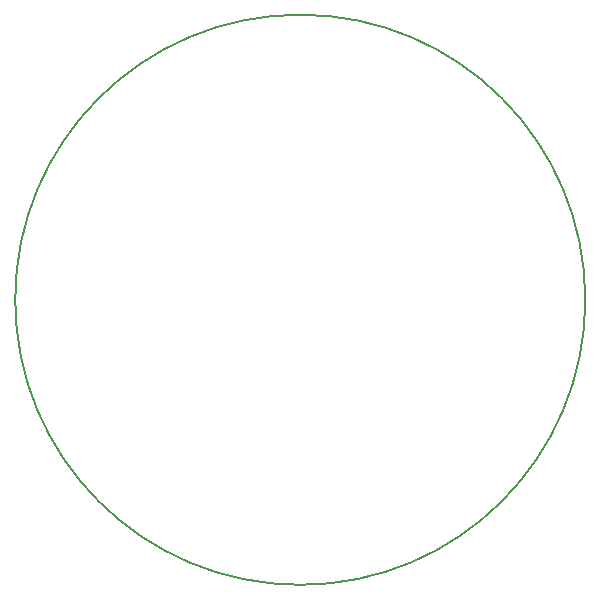
<source format=gm1>
G04 #@! TF.GenerationSoftware,KiCad,Pcbnew,(5.1.0-0)*
G04 #@! TF.CreationDate,2019-09-27T23:38:08+01:00*
G04 #@! TF.ProjectId,badge,62616467-652e-46b6-9963-61645f706362,rev?*
G04 #@! TF.SameCoordinates,Original*
G04 #@! TF.FileFunction,Profile,NP*
%FSLAX46Y46*%
G04 Gerber Fmt 4.6, Leading zero omitted, Abs format (unit mm)*
G04 Created by KiCad (PCBNEW (5.1.0-0)) date 2019-09-27 23:38:08*
%MOMM*%
%LPD*%
G04 APERTURE LIST*
%ADD10C,0.150000*%
G04 APERTURE END LIST*
D10*
X233431347Y-73914000D02*
G75*
G03X233431347Y-73914000I-24135347J0D01*
G01*
M02*

</source>
